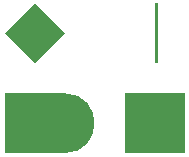
<source format=gbr>
G04 Test drawing with polygon apertures*
G04 Four small polygon fills aranged in a square
G04 Hand coded by Julian Lamb *
%MOIN*%
%FSLAX23Y23*%
%ADD10C,0.050*%

G04 Draw a rectangle with a rounded right side*
G36*
G01X0Y0D02*
X00200Y0D01*
G75*
G03X00200Y00200I0J00100D01*
G01X0Y00200D01*
G04 Do not close with a final line, so let gerbv automatically close*
G37*

G04 Draw a simple square*
G36*
G01X00400Y0D02*
X00600Y0D01*
X00600Y00200D01*
X00400Y00200D01*
X00400Y0D01*
G37*

G04 Draw a small diamond*
G36*
G01X00100Y00300D02*
X00200Y00400D01*
X00100Y00500D01*
X0Y00400D01*
X00100Y00300D01*
G37*

G04 Draw a very-narrow slit*
G36*
G01X00500Y00300D02*
X00510Y00300D01*
X00510Y00500D01*
X00500Y00500D01*
X00500Y00300D01*
G37*

M02*

</source>
